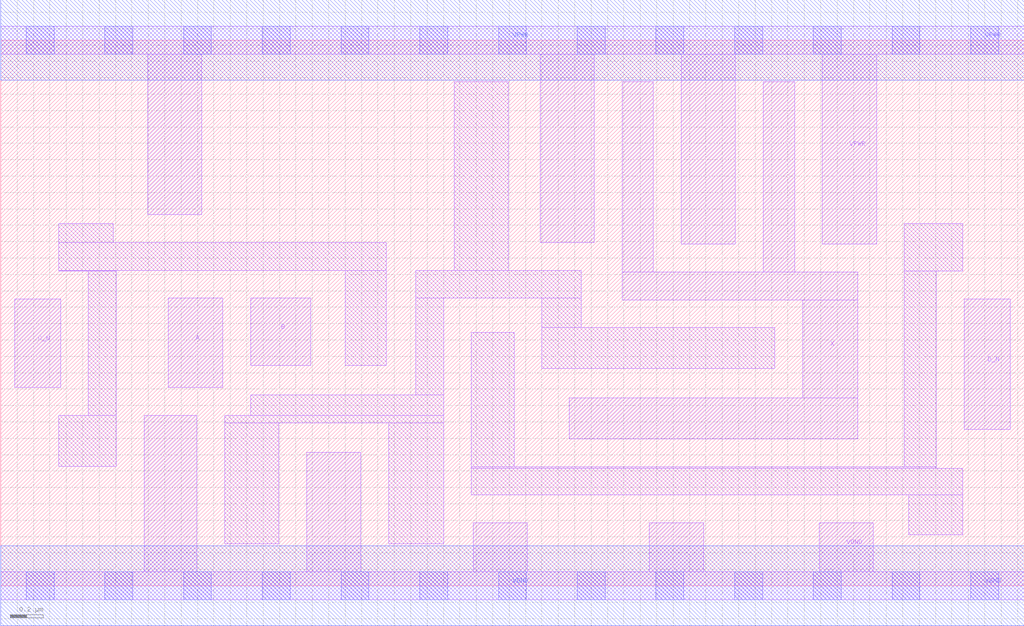
<source format=lef>
# Copyright 2020 The SkyWater PDK Authors
#
# Licensed under the Apache License, Version 2.0 (the "License");
# you may not use this file except in compliance with the License.
# You may obtain a copy of the License at
#
#     https://www.apache.org/licenses/LICENSE-2.0
#
# Unless required by applicable law or agreed to in writing, software
# distributed under the License is distributed on an "AS IS" BASIS,
# WITHOUT WARRANTIES OR CONDITIONS OF ANY KIND, either express or implied.
# See the License for the specific language governing permissions and
# limitations under the License.
#
# SPDX-License-Identifier: Apache-2.0

VERSION 5.7 ;
  NAMESCASESENSITIVE ON ;
  NOWIREEXTENSIONATPIN ON ;
  DIVIDERCHAR "/" ;
  BUSBITCHARS "[]" ;
UNITS
  DATABASE MICRONS 200 ;
END UNITS
MACRO sky130_fd_sc_lp__or4bb_4
  CLASS CORE ;
  SOURCE USER ;
  FOREIGN sky130_fd_sc_lp__or4bb_4 ;
  ORIGIN  0.000000  0.000000 ;
  SIZE  6.240000 BY  3.330000 ;
  SYMMETRY X Y R90 ;
  SITE unit ;
  PIN A
    ANTENNAGATEAREA  0.315000 ;
    DIRECTION INPUT ;
    USE SIGNAL ;
    PORT
      LAYER li1 ;
        RECT 1.020000 1.210000 1.355000 1.755000 ;
    END
  END A
  PIN B
    ANTENNAGATEAREA  0.315000 ;
    DIRECTION INPUT ;
    USE SIGNAL ;
    PORT
      LAYER li1 ;
        RECT 1.525000 1.345000 1.890000 1.755000 ;
    END
  END B
  PIN C_N
    ANTENNAGATEAREA  0.126000 ;
    DIRECTION INPUT ;
    USE SIGNAL ;
    PORT
      LAYER li1 ;
        RECT 0.085000 1.210000 0.365000 1.750000 ;
    END
  END C_N
  PIN D_N
    ANTENNAGATEAREA  0.126000 ;
    DIRECTION INPUT ;
    USE SIGNAL ;
    PORT
      LAYER li1 ;
        RECT 5.875000 0.955000 6.155000 1.750000 ;
    END
  END D_N
  PIN X
    ANTENNADIFFAREA  1.176000 ;
    DIRECTION OUTPUT ;
    USE SIGNAL ;
    PORT
      LAYER li1 ;
        RECT 3.465000 0.895000 5.225000 1.145000 ;
        RECT 3.790000 1.745000 5.225000 1.915000 ;
        RECT 3.790000 1.915000 3.980000 3.075000 ;
        RECT 4.650000 1.915000 4.840000 3.075000 ;
        RECT 4.890000 1.145000 5.225000 1.745000 ;
    END
  END X
  PIN VGND
    DIRECTION INOUT ;
    USE GROUND ;
    PORT
      LAYER li1 ;
        RECT 0.000000 -0.085000 6.240000 0.085000 ;
        RECT 0.875000  0.085000 1.195000 1.040000 ;
        RECT 1.865000  0.085000 2.195000 0.815000 ;
        RECT 2.880000  0.085000 3.210000 0.385000 ;
        RECT 3.955000  0.085000 4.285000 0.385000 ;
        RECT 4.990000  0.085000 5.320000 0.385000 ;
      LAYER mcon ;
        RECT 0.155000 -0.085000 0.325000 0.085000 ;
        RECT 0.635000 -0.085000 0.805000 0.085000 ;
        RECT 1.115000 -0.085000 1.285000 0.085000 ;
        RECT 1.595000 -0.085000 1.765000 0.085000 ;
        RECT 2.075000 -0.085000 2.245000 0.085000 ;
        RECT 2.555000 -0.085000 2.725000 0.085000 ;
        RECT 3.035000 -0.085000 3.205000 0.085000 ;
        RECT 3.515000 -0.085000 3.685000 0.085000 ;
        RECT 3.995000 -0.085000 4.165000 0.085000 ;
        RECT 4.475000 -0.085000 4.645000 0.085000 ;
        RECT 4.955000 -0.085000 5.125000 0.085000 ;
        RECT 5.435000 -0.085000 5.605000 0.085000 ;
        RECT 5.915000 -0.085000 6.085000 0.085000 ;
      LAYER met1 ;
        RECT 0.000000 -0.245000 6.240000 0.245000 ;
    END
  END VGND
  PIN VPWR
    DIRECTION INOUT ;
    USE POWER ;
    PORT
      LAYER li1 ;
        RECT 0.000000 3.245000 6.240000 3.415000 ;
        RECT 0.895000 2.265000 1.225000 3.245000 ;
        RECT 3.290000 2.095000 3.620000 3.245000 ;
        RECT 4.150000 2.085000 4.480000 3.245000 ;
        RECT 5.010000 2.085000 5.340000 3.245000 ;
      LAYER mcon ;
        RECT 0.155000 3.245000 0.325000 3.415000 ;
        RECT 0.635000 3.245000 0.805000 3.415000 ;
        RECT 1.115000 3.245000 1.285000 3.415000 ;
        RECT 1.595000 3.245000 1.765000 3.415000 ;
        RECT 2.075000 3.245000 2.245000 3.415000 ;
        RECT 2.555000 3.245000 2.725000 3.415000 ;
        RECT 3.035000 3.245000 3.205000 3.415000 ;
        RECT 3.515000 3.245000 3.685000 3.415000 ;
        RECT 3.995000 3.245000 4.165000 3.415000 ;
        RECT 4.475000 3.245000 4.645000 3.415000 ;
        RECT 4.955000 3.245000 5.125000 3.415000 ;
        RECT 5.435000 3.245000 5.605000 3.415000 ;
        RECT 5.915000 3.245000 6.085000 3.415000 ;
      LAYER met1 ;
        RECT 0.000000 3.085000 6.240000 3.575000 ;
    END
  END VPWR
  OBS
    LAYER li1 ;
      RECT 0.355000 0.730000 0.705000 1.040000 ;
      RECT 0.355000 1.920000 0.705000 1.925000 ;
      RECT 0.355000 1.925000 2.350000 2.095000 ;
      RECT 0.355000 2.095000 0.685000 2.210000 ;
      RECT 0.535000 1.040000 0.705000 1.920000 ;
      RECT 1.365000 0.255000 1.695000 0.995000 ;
      RECT 1.365000 0.995000 2.700000 1.040000 ;
      RECT 1.525000 1.040000 2.700000 1.165000 ;
      RECT 2.100000 1.345000 2.350000 1.925000 ;
      RECT 2.365000 0.255000 2.700000 0.995000 ;
      RECT 2.530000 1.165000 2.700000 1.755000 ;
      RECT 2.530000 1.755000 3.540000 1.925000 ;
      RECT 2.765000 1.925000 3.095000 3.075000 ;
      RECT 2.870000 0.555000 5.865000 0.715000 ;
      RECT 2.870000 0.715000 5.705000 0.725000 ;
      RECT 2.870000 0.725000 3.130000 1.545000 ;
      RECT 3.300000 1.325000 4.720000 1.575000 ;
      RECT 3.300000 1.575000 3.540000 1.755000 ;
      RECT 5.510000 0.725000 5.705000 1.920000 ;
      RECT 5.510000 1.920000 5.865000 2.210000 ;
      RECT 5.535000 0.310000 5.865000 0.555000 ;
  END
END sky130_fd_sc_lp__or4bb_4

</source>
